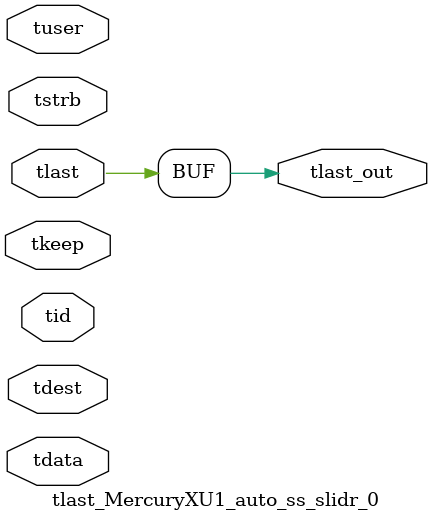
<source format=v>


`timescale 1ps/1ps

module tlast_MercuryXU1_auto_ss_slidr_0 #
(
parameter C_S_AXIS_TID_WIDTH   = 1,
parameter C_S_AXIS_TUSER_WIDTH = 0,
parameter C_S_AXIS_TDATA_WIDTH = 0,
parameter C_S_AXIS_TDEST_WIDTH = 0
)
(
input  [(C_S_AXIS_TID_WIDTH   == 0 ? 1 : C_S_AXIS_TID_WIDTH)-1:0       ] tid,
input  [(C_S_AXIS_TDATA_WIDTH == 0 ? 1 : C_S_AXIS_TDATA_WIDTH)-1:0     ] tdata,
input  [(C_S_AXIS_TUSER_WIDTH == 0 ? 1 : C_S_AXIS_TUSER_WIDTH)-1:0     ] tuser,
input  [(C_S_AXIS_TDEST_WIDTH == 0 ? 1 : C_S_AXIS_TDEST_WIDTH)-1:0     ] tdest,
input  [(C_S_AXIS_TDATA_WIDTH/8)-1:0 ] tkeep,
input  [(C_S_AXIS_TDATA_WIDTH/8)-1:0 ] tstrb,
input  [0:0]                                                             tlast,
output                                                                   tlast_out
);

assign tlast_out = {tlast};

endmodule


</source>
